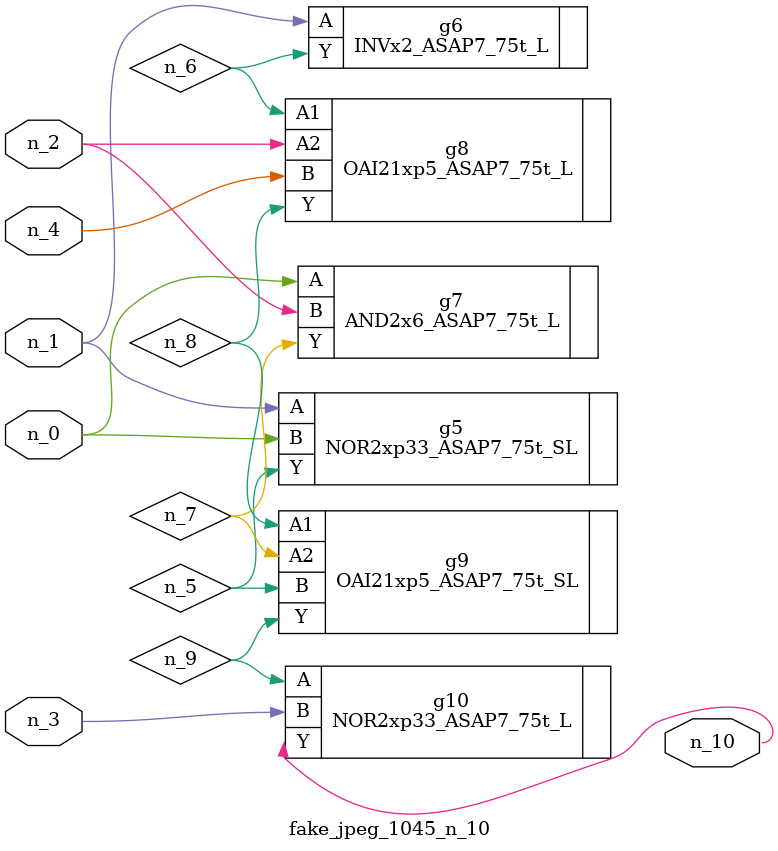
<source format=v>
module fake_jpeg_1045_n_10 (n_3, n_2, n_1, n_0, n_4, n_10);

input n_3;
input n_2;
input n_1;
input n_0;
input n_4;

output n_10;

wire n_8;
wire n_9;
wire n_6;
wire n_5;
wire n_7;

NOR2xp33_ASAP7_75t_SL g5 ( 
.A(n_1),
.B(n_0),
.Y(n_5)
);

INVx2_ASAP7_75t_L g6 ( 
.A(n_1),
.Y(n_6)
);

AND2x6_ASAP7_75t_L g7 ( 
.A(n_0),
.B(n_2),
.Y(n_7)
);

OAI21xp5_ASAP7_75t_L g8 ( 
.A1(n_6),
.A2(n_2),
.B(n_4),
.Y(n_8)
);

OAI21xp5_ASAP7_75t_SL g9 ( 
.A1(n_8),
.A2(n_7),
.B(n_5),
.Y(n_9)
);

NOR2xp33_ASAP7_75t_L g10 ( 
.A(n_9),
.B(n_3),
.Y(n_10)
);


endmodule
</source>
